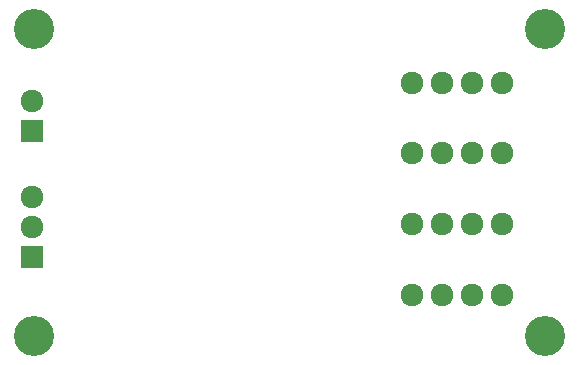
<source format=gbs>
%FSLAX46Y46*%
G04 Gerber Fmt 4.6, Leading zero omitted, Abs format (unit mm)*
G04 Created by KiCad (PCBNEW (2014-09-22 BZR 5144)-product) date 10/3/2014 22:36:59*
%MOMM*%
G01*
G04 APERTURE LIST*
%ADD10C,0.100000*%
%ADD11R,1.920000X1.920000*%
%ADD12O,1.920000X1.920000*%
%ADD13C,1.920000*%
%ADD14C,3.400000*%
G04 APERTURE END LIST*
D10*
D11*
X162000000Y-100070000D03*
D12*
X162000000Y-97530000D03*
D11*
X162000000Y-110740000D03*
D13*
X162000000Y-108200000D03*
X162000000Y-105660000D03*
X194190000Y-96000000D03*
X196730000Y-96000000D03*
X199270000Y-96000000D03*
X201810000Y-96000000D03*
X194190000Y-102000000D03*
X196730000Y-102000000D03*
X199270000Y-102000000D03*
X201810000Y-102000000D03*
X194190000Y-108000000D03*
X196730000Y-108000000D03*
X199270000Y-108000000D03*
X201810000Y-108000000D03*
X194190000Y-114000000D03*
X196730000Y-114000000D03*
X199270000Y-114000000D03*
X201810000Y-114000000D03*
D14*
X205486000Y-91440000D03*
X162179000Y-91440000D03*
X162179000Y-117475000D03*
X205486000Y-117475000D03*
M02*

</source>
